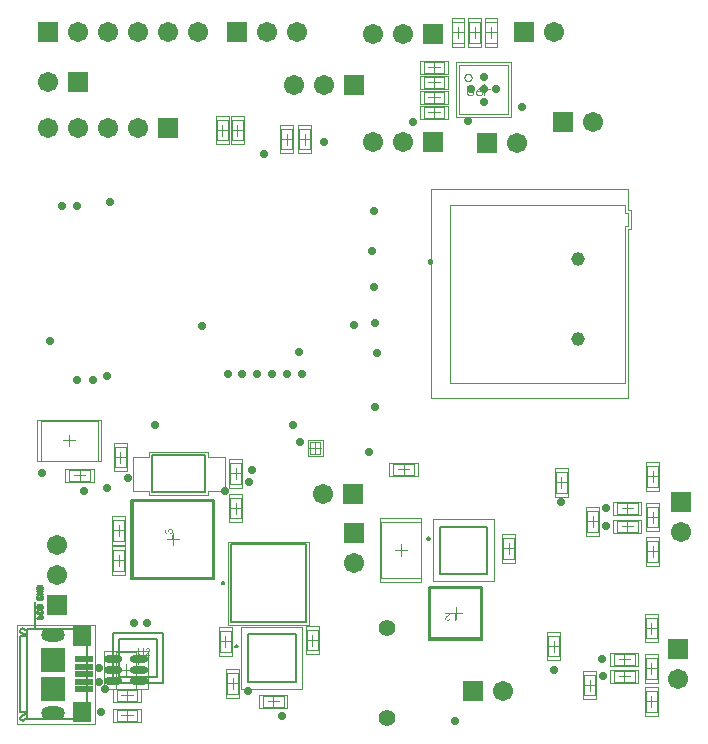
<source format=gbs>
%FSTAX23Y23*%
%MOIN*%
%SFA1B1*%

%IPPOS*%
%ADD10C,0.009449*%
%ADD13C,0.007874*%
%ADD14C,0.005000*%
%ADD16C,0.004000*%
%ADD17C,0.003937*%
%ADD18C,0.010000*%
%ADD19C,0.001969*%
%ADD68R,0.067055X0.067055*%
%ADD69C,0.067055*%
%ADD70C,0.045401*%
%ADD71R,0.067055X0.067055*%
%ADD72C,0.027685*%
%ADD73O,0.078866X0.043433*%
%ADD74C,0.055244*%
%ADD92O,0.061149X0.025716*%
%ADD93R,0.061149X0.023748*%
%ADD94R,0.063118X0.070992*%
%ADD95R,0.082803X0.082803*%
%LNsolears_v1-1*%
%LPD*%
G36*
X01384Y01353D02*
Y01353D01*
Y01352*
Y01352*
Y01352*
X01384Y01352*
Y01351*
X01384Y01351*
X01384Y0135*
X01384Y01349*
X01384Y01348*
X01384Y01347*
X01384Y01347*
X01383Y01346*
Y01346*
X01383Y01346*
X01383Y01346*
X01383Y01346*
X01383Y01346*
X01383Y01345*
X01382Y01345*
X01382Y01344*
X01381Y01343*
X0138Y01343*
X0138*
X0138Y01343*
X0138Y01343*
X0138Y01343*
X0138Y01343*
X01379Y01342*
X01379Y01342*
X01379Y01342*
X01378Y01342*
X01378Y01342*
X01377Y01342*
X01377Y01342*
X01376Y01342*
X01376Y01342*
X01374Y01341*
X01374*
X01374Y01342*
X01374*
X01373Y01342*
X01373Y01342*
X01372Y01342*
X01371Y01342*
X01371Y01342*
X0137Y01342*
X01369Y01343*
X01369*
X01369Y01343*
X01368Y01343*
X01368Y01343*
X01368Y01343*
X01367Y01344*
X01367Y01344*
X01366Y01345*
X01366Y01345*
X01365Y01346*
Y01346*
X01365Y01346*
X01365Y01346*
X01365Y01347*
X01365Y01347*
X01365Y01347*
X01365Y01347*
X01365Y01348*
X01365Y01348*
X01365Y01349*
X01365Y01349*
X01365Y0135*
X01365Y0135*
X01365Y01351*
X01365Y01352*
Y01353*
Y01367*
X01368*
Y01353*
Y01353*
Y01352*
Y01352*
Y01352*
X01368Y01352*
Y01351*
X01368Y01351*
X01368Y0135*
X01368Y01349*
X01368Y01348*
X01368Y01348*
X01368Y01348*
X01368Y01348*
X01369Y01347*
X01369Y01347*
X01369Y01347*
X01369Y01346*
X0137Y01346*
X0137Y01346*
X01371Y01345*
X01371Y01345*
X01371Y01345*
X01371Y01345*
X01372Y01345*
X01372Y01345*
X01373Y01345*
X01373Y01345*
X01374Y01344*
X01375*
X01375Y01345*
X01375*
X01375Y01345*
X01376Y01345*
X01377Y01345*
X01378Y01345*
X01379Y01346*
X01379Y01346*
X01379Y01346*
X01379Y01346*
X01379Y01346*
X0138Y01346*
X0138Y01346*
X0138Y01347*
X0138Y01347*
X0138Y01347*
X0138Y01348*
X0138Y01348*
X0138Y01348*
X01381Y01349*
X01381Y0135*
X01381Y0135*
X01381Y01351*
X01381Y01352*
Y01353*
Y01367*
X01384*
Y01353*
G37*
G36*
X01398Y01367D02*
X01398Y01367D01*
X01398Y01367*
X01399Y01367*
X01399Y01367*
X014Y01367*
X01401Y01366*
X01401Y01366*
X01402Y01366*
X01402Y01366*
X01403Y01365*
X01403Y01365*
X01403Y01365*
X01403Y01365*
X01403Y01365*
X01403Y01365*
X01403Y01364*
X01404Y01364*
X01404Y01364*
X01404Y01363*
X01405Y01362*
X01405Y01362*
X01405Y01361*
X01405Y01361*
X01405Y0136*
Y0136*
Y0136*
X01405Y0136*
X01405Y01359*
X01405Y01359*
X01405Y01358*
X01404Y01358*
X01404Y01357*
X01404Y01357*
X01404Y01357*
X01404Y01357*
X01404Y01356*
X01403Y01356*
X01403Y01355*
X01403Y01355*
X01402Y01354*
X01402Y01354*
X01402Y01354*
X01402Y01354*
X01401Y01353*
X01401Y01353*
X01401Y01353*
X01401Y01353*
X014Y01352*
X014Y01352*
X014Y01352*
X01399Y01351*
X01399Y01351*
X01398Y0135*
X01397Y0135*
X01397Y0135*
X01397Y0135*
X01397Y0135*
X01397Y01349*
X01397Y01349*
X01396Y01349*
X01396Y01348*
X01395Y01348*
X01395Y01347*
X01394Y01347*
X01394Y01347*
X01394Y01347*
X01394Y01346*
X01394Y01346*
X01393Y01346*
X01393Y01346*
X01393Y01346*
X01393Y01346*
X01392Y01345*
X01405*
Y01342*
X01388*
Y01342*
Y01342*
Y01342*
X01388Y01343*
X01388Y01343*
X01388Y01343*
X01388Y01344*
X01389Y01344*
Y01344*
X01389Y01344*
X01389Y01344*
X01389Y01345*
X01389Y01345*
X01389Y01346*
X0139Y01346*
X0139Y01347*
X01391Y01347*
Y01347*
X01391Y01347*
X01391Y01348*
X01391Y01348*
X01392Y01349*
X01392Y01349*
X01393Y0135*
X01394Y0135*
X01395Y01351*
X01395Y01351*
X01395Y01351*
X01395Y01352*
X01395Y01352*
X01396Y01352*
X01396Y01352*
X01396Y01353*
X01397Y01353*
X01398Y01354*
X01399Y01355*
X01399Y01355*
X014Y01356*
X014Y01356*
X014Y01357*
Y01357*
X014Y01357*
X014Y01357*
X014Y01357*
X01401Y01357*
X01401Y01358*
X01401Y01358*
X01401Y01359*
X01402Y0136*
X01402Y0136*
Y0136*
Y0136*
X01402Y01361*
X01402Y01361*
X01401Y01361*
X01401Y01362*
X01401Y01362*
X01401Y01363*
X014Y01363*
X014Y01363*
X014Y01364*
X014Y01364*
X01399Y01364*
X01399Y01364*
X01398Y01364*
X01398Y01365*
X01397Y01365*
X01397*
X01396Y01365*
X01396Y01365*
X01396Y01364*
X01395Y01364*
X01394Y01364*
X01394Y01364*
X01393Y01363*
X01393Y01363*
X01393Y01363*
X01393Y01363*
X01393Y01362*
X01392Y01362*
X01392Y01361*
X01392Y0136*
X01392Y0136*
X01389Y0136*
Y0136*
X01389Y0136*
Y0136*
X01389Y01361*
X01389Y01361*
X01389Y01361*
X01389Y01362*
X01389Y01362*
X01389Y01363*
X0139Y01364*
X0139Y01364*
X0139Y01365*
X01391Y01365*
X01391Y01365*
X01391Y01365*
X01391Y01365*
X01391Y01366*
X01392Y01366*
X01392Y01366*
X01392Y01366*
X01392Y01366*
X01393Y01366*
X01393Y01366*
X01394Y01367*
X01394Y01367*
X01395Y01367*
X01395Y01367*
X01396Y01367*
X01396Y01367*
X01397Y01367*
X01397*
X01398Y01367*
G37*
G36*
X02423Y01459D02*
X02419D01*
Y01482*
X02407*
Y01485*
X02423*
Y01459*
G37*
G36*
X02405Y01484D02*
Y01484D01*
Y01484*
X02405Y01484*
X02405Y01483*
X02405Y01483*
X02405Y01483*
X02404Y01482*
Y01482*
X02404Y01482*
X02404Y01482*
X02404Y01482*
X02404Y01481*
X02404Y01481*
X02403Y0148*
X02403Y0148*
X02402Y01479*
Y01479*
X02402Y01479*
X02402Y01479*
X02402Y01478*
X02401Y01478*
X02401Y01477*
X024Y01477*
X02399Y01476*
X02398Y01475*
X02398Y01475*
X02398Y01475*
X02398Y01475*
X02398Y01475*
X02397Y01474*
X02397Y01474*
X02397Y01474*
X02396Y01473*
X02395Y01472*
X02394Y01472*
X02394Y01471*
X02393Y01471*
X02393Y0147*
X02393Y0147*
Y0147*
X02393Y0147*
X02393Y0147*
X02393Y0147*
X02392Y01469*
X02392Y01469*
X02392Y01468*
X02392Y01467*
X02391Y01467*
X02391Y01466*
Y01466*
Y01466*
X02391Y01466*
X02391Y01465*
X02392Y01465*
X02392Y01465*
X02392Y01464*
X02392Y01464*
X02393Y01463*
X02393Y01463*
X02393Y01463*
X02393Y01463*
X02394Y01462*
X02394Y01462*
X02395Y01462*
X02395Y01462*
X02396Y01462*
X02396*
X02396Y01462*
X02397Y01462*
X02397Y01462*
X02398Y01462*
X02399Y01462*
X02399Y01463*
X024Y01463*
X024Y01463*
X024Y01463*
X024Y01464*
X024Y01464*
X02401Y01465*
X02401Y01465*
X02401Y01466*
X02401Y01467*
X02404Y01466*
Y01466*
X02404Y01466*
Y01466*
X02404Y01466*
X02404Y01466*
X02404Y01465*
X02404Y01465*
X02404Y01464*
X02404Y01464*
X02403Y01463*
X02403Y01462*
X02403Y01462*
X02402Y01461*
X02402Y01461*
X02402Y01461*
X02402Y01461*
X02402Y01461*
X02401Y01461*
X02401Y01461*
X02401Y01461*
X02401Y0146*
X024Y0146*
X024Y0146*
X02399Y0146*
X02399Y0146*
X02398Y01459*
X02398Y01459*
X02397Y01459*
X02397Y01459*
X02396Y01459*
X02396*
X02395Y01459*
X02395Y01459*
X02395Y01459*
X02394Y01459*
X02394Y01459*
X02393Y0146*
X02392Y0146*
X02392Y0146*
X02391Y01461*
X02391Y01461*
X0239Y01461*
X0239Y01461*
X0239Y01461*
X0239Y01461*
X0239Y01462*
X0239Y01462*
X0239Y01462*
X02389Y01462*
X02389Y01463*
X02389Y01463*
X02388Y01464*
X02388Y01465*
X02388Y01465*
X02388Y01466*
X02388Y01466*
Y01466*
Y01466*
X02388Y01467*
X02388Y01467*
X02388Y01468*
X02388Y01468*
X02389Y01469*
X02389Y01469*
X02389Y01469*
X02389Y01469*
X02389Y0147*
X02389Y0147*
X0239Y01471*
X0239Y01471*
X0239Y01472*
X02391Y01472*
X02391Y01472*
X02391Y01473*
X02391Y01473*
X02392Y01473*
X02392Y01473*
X02392Y01473*
X02392Y01474*
X02393Y01474*
X02393Y01474*
X02393Y01475*
X02394Y01475*
X02394Y01476*
X02395Y01476*
X02396Y01477*
X02396Y01477*
X02396Y01477*
X02396Y01477*
X02396Y01477*
X02396Y01477*
X02397Y01477*
X02397Y01478*
X02398Y01478*
X02398Y01479*
X02399Y0148*
X02399Y0148*
X02399Y0148*
X02399Y0148*
X02399Y0148*
X024Y0148*
X024Y0148*
X024Y01481*
X024Y01481*
X02401Y01482*
X02388*
Y01485*
X02405*
Y01484*
G37*
G36*
X01473Y01765D02*
X01473Y01765D01*
X01473Y01765*
X01474Y01765*
X01474Y01765*
X01475Y01764*
X01475Y01764*
X01476Y01764*
X01476Y01764*
X01477Y01763*
X01477Y01763*
X01478Y01763*
X01478Y01762*
X01478Y01762*
X01478Y01762*
X01478Y01762*
X01478Y01762*
X01478Y01762*
X01479Y01761*
X01479Y01761*
X01479Y0176*
X01479Y0176*
X01479Y01759*
X0148Y01759*
X0148Y01758*
X0148Y01758*
X0148Y01757*
X0148Y01756*
Y01756*
X0148Y01756*
X0148Y01756*
X0148Y01755*
X0148Y01755*
X0148Y01755*
X01479Y01754*
X01479Y01753*
X01479Y01752*
X01479Y01752*
X01478Y01751*
X01478Y01751*
X01478Y01751*
X01478Y01751*
X01478Y01751*
X01478Y01751*
X01477Y0175*
X01477Y0175*
X01477Y0175*
X01477Y0175*
X01476Y0175*
X01476Y01749*
X01475Y01749*
X01474Y01749*
X01473Y01749*
X01473Y01748*
X01472Y01752*
X01472*
X01473Y01752*
X01473Y01752*
X01473Y01752*
X01473Y01752*
X01473Y01752*
X01474Y01752*
X01475Y01752*
X01475Y01753*
X01476Y01753*
X01476Y01753*
X01476Y01753*
X01476Y01754*
X01477Y01754*
X01477Y01754*
X01477Y01755*
X01477Y01755*
X01477Y01756*
X01477Y01756*
Y01757*
X01477Y01757*
X01477Y01757*
X01477Y01758*
X01477Y01758*
X01477Y01759*
X01476Y0176*
X01476Y0176*
X01476Y0176*
X01476Y0176*
X01475Y01761*
X01475Y01761*
X01474Y01761*
X01474Y01761*
X01473Y01762*
X01472Y01762*
X01472*
X01472*
X01472*
X01472Y01762*
X01471Y01762*
X01471Y01761*
X0147Y01761*
X0147Y01761*
X01469Y01761*
X01469Y0176*
X01469Y0176*
X01468Y0176*
X01468Y0176*
X01468Y01759*
X01468Y01759*
X01467Y01758*
X01467Y01757*
X01467Y01757*
Y01756*
X01467Y01756*
X01467Y01756*
X01467Y01755*
X01467Y01755*
X01468Y01755*
X01465Y01755*
Y01755*
X01465Y01755*
Y01756*
X01465Y01756*
X01465Y01757*
X01465Y01757*
X01464Y01758*
X01464Y01758*
X01464Y01759*
Y01759*
X01464Y01759*
X01464Y01759*
X01463Y01759*
X01463Y0176*
X01463Y0176*
X01462Y0176*
X01461Y0176*
X01461Y01761*
X01461*
X01461*
X01461*
X0146*
X0146Y0176*
X0146Y0176*
X01459Y0176*
X01459Y0176*
X01458Y0176*
X01458Y01759*
X01458Y01759*
X01458Y01759*
X01458Y01759*
X01457Y01759*
X01457Y01758*
X01457Y01758*
X01457Y01757*
X01457Y01756*
Y01756*
X01457Y01756*
X01457Y01755*
X01457Y01755*
X01457Y01754*
X01458Y01754*
X01458Y01753*
X01458Y01753*
X01458Y01753*
X01458Y01753*
X01459Y01753*
X01459Y01753*
X0146Y01752*
X0146Y01752*
X01461Y01752*
X01461Y01749*
X01461*
X01461Y01749*
X0146Y01749*
X0146Y01749*
X0146Y01749*
X0146Y01749*
X01459Y01749*
X01458Y0175*
X01457Y0175*
X01457Y01751*
X01456Y01751*
X01456Y01751*
X01456Y01751*
X01456Y01752*
X01456Y01752*
X01456Y01752*
X01455Y01752*
X01455Y01752*
X01455Y01753*
X01455Y01753*
X01454Y01754*
X01454Y01755*
X01454Y01756*
Y01757*
X01454Y01757*
X01454Y01758*
X01454Y01758*
X01455Y01759*
X01455Y01759*
X01455Y0176*
Y0176*
X01455Y0176*
X01455Y0176*
X01455Y01761*
X01456Y01761*
X01456Y01762*
X01456Y01762*
X01457Y01762*
X01458Y01763*
X01458Y01763*
X01458Y01763*
X01458Y01763*
X01458Y01763*
X01459Y01763*
X0146Y01764*
X0146Y01764*
X01461Y01764*
X01461*
X01461*
X01461Y01764*
X01462Y01764*
X01462Y01763*
X01463Y01763*
X01463Y01763*
X01464Y01763*
X01464Y01763*
X01464Y01763*
X01464Y01762*
X01465Y01762*
X01465Y01762*
X01465Y01761*
X01466Y01761*
X01466Y0176*
Y0176*
X01466Y0176*
X01466Y0176*
X01466Y01761*
X01466Y01761*
X01466Y01761*
X01467Y01762*
X01467Y01763*
X01467Y01763*
X01468Y01764*
X01468Y01764*
X01468Y01764*
X01469Y01764*
X01469Y01764*
X0147Y01765*
X0147Y01765*
X01471Y01765*
X01472Y01765*
X01472*
X01472*
X01472*
X01473Y01765*
G37*
G36*
X0148Y0173D02*
X01454D01*
Y01733*
X01477*
Y01746*
X0148*
Y0173*
G37*
G54D10*
X02342Y02657D02*
D01*
X02342Y02657*
X02342Y02657*
X02342Y02658*
X02342Y02658*
X02342Y02658*
X02342Y02659*
X02342Y02659*
X02341Y02659*
X02341Y02659*
X02341Y0266*
X02341Y0266*
X02341Y0266*
X0234Y0266*
X0234Y02661*
X0234Y02661*
X02339Y02661*
X02339Y02661*
X02339Y02661*
X02339Y02661*
X02338Y02661*
X02338Y02661*
X02338Y02661*
X02337*
X02337Y02661*
X02337Y02661*
X02336Y02661*
X02336Y02661*
X02336Y02661*
X02335Y02661*
X02335Y02661*
X02335Y02661*
X02334Y0266*
X02334Y0266*
X02334Y0266*
X02334Y0266*
X02334Y02659*
X02333Y02659*
X02333Y02659*
X02333Y02659*
X02333Y02658*
X02333Y02658*
X02333Y02658*
X02333Y02657*
X02333Y02657*
X02333Y02657*
X02333Y02656*
X02333Y02656*
X02333Y02656*
X02333Y02655*
X02333Y02655*
X02333Y02655*
X02333Y02654*
X02333Y02654*
X02334Y02654*
X02334Y02654*
X02334Y02653*
X02334Y02653*
X02334Y02653*
X02335Y02653*
X02335Y02653*
X02335Y02652*
X02336Y02652*
X02336Y02652*
X02336Y02652*
X02337Y02652*
X02337Y02652*
X02337Y02652*
X02338*
X02338Y02652*
X02338Y02652*
X02339Y02652*
X02339Y02652*
X02339Y02652*
X02339Y02652*
X0234Y02653*
X0234Y02653*
X0234Y02653*
X02341Y02653*
X02341Y02653*
X02341Y02654*
X02341Y02654*
X02341Y02654*
X02342Y02654*
X02342Y02655*
X02342Y02655*
X02342Y02655*
X02342Y02656*
X02342Y02656*
X02342Y02656*
X02342Y02657*
G54D13*
X01302Y01397D02*
X01427D01*
Y01272D02*
Y01397D01*
X01302Y01272D02*
X01427D01*
X01302D02*
Y01397D01*
X02338Y014D02*
X02507D01*
X02338D02*
Y01569D01*
X02507*
Y014D02*
Y01569D01*
X01346Y01601D02*
Y01859D01*
X01613*
Y01601D02*
Y01859D01*
X01346Y01601D02*
X01613D01*
X01282Y01417D02*
X01447D01*
Y01252D02*
Y01417D01*
X01282Y01252D02*
X01447D01*
X01282D02*
Y01417D01*
X02334Y01396D02*
X02511D01*
X02334D02*
Y01573D01*
X02511*
Y01396D02*
Y01573D01*
X01342Y01597D02*
Y01863D01*
X01617*
Y01597D02*
Y01863D01*
X01342Y01597D02*
X01617D01*
X01282Y01417D02*
X01447D01*
Y01252D02*
Y01417D01*
X01282Y01252D02*
X01447D01*
X01282D02*
Y01417D01*
X02334Y01396D02*
X02511D01*
X02334D02*
Y01573D01*
X02511*
Y01396D02*
Y01573D01*
X01342Y01597D02*
Y01863D01*
X01617*
Y01597D02*
Y01863D01*
X01342Y01597D02*
X01617D01*
X01652Y01585D02*
D01*
X01652Y01585*
X01652Y01585*
X01652Y01585*
X01652Y01586*
X01652Y01586*
X01652Y01586*
X01651Y01586*
X01651Y01587*
X01651Y01587*
X01651Y01587*
X01651Y01587*
X01651Y01587*
X0165Y01588*
X0165Y01588*
X0165Y01588*
X0165Y01588*
X01649Y01588*
X01649Y01588*
X01649Y01588*
X01649Y01588*
X01648Y01588*
X01648Y01588*
X01648*
X01648Y01588*
X01647Y01588*
X01647Y01588*
X01647Y01588*
X01646Y01588*
X01646Y01588*
X01646Y01588*
X01646Y01588*
X01646Y01588*
X01645Y01587*
X01645Y01587*
X01645Y01587*
X01645Y01587*
X01645Y01587*
X01644Y01586*
X01644Y01586*
X01644Y01586*
X01644Y01586*
X01644Y01585*
X01644Y01585*
X01644Y01585*
X01644Y01585*
X01644Y01584*
X01644Y01584*
X01644Y01584*
X01644Y01583*
X01644Y01583*
X01644Y01583*
X01644Y01583*
X01645Y01582*
X01645Y01582*
X01645Y01582*
X01645Y01582*
X01645Y01582*
X01646Y01581*
X01646Y01581*
X01646Y01581*
X01646Y01581*
X01646Y01581*
X01647Y01581*
X01647Y01581*
X01647Y01581*
X01648Y01581*
X01648Y01581*
X01648*
X01648Y01581*
X01649Y01581*
X01649Y01581*
X01649Y01581*
X01649Y01581*
X0165Y01581*
X0165Y01581*
X0165Y01581*
X0165Y01581*
X01651Y01582*
X01651Y01582*
X01651Y01582*
X01651Y01582*
X01651Y01582*
X01651Y01583*
X01652Y01583*
X01652Y01583*
X01652Y01583*
X01652Y01584*
X01652Y01584*
X01652Y01584*
X01652Y01585*
X02336Y01733D02*
D01*
X02336Y01733*
X02336Y01733*
X02336Y01734*
X02336Y01734*
X02336Y01734*
X02336Y01734*
X02336Y01735*
X02336Y01735*
X02336Y01735*
X02335Y01735*
X02335Y01736*
X02335Y01736*
X02335Y01736*
X02335Y01736*
X02334Y01736*
X02334Y01736*
X02334Y01737*
X02334Y01737*
X02333Y01737*
X02333Y01737*
X02333Y01737*
X02333Y01737*
X02332*
X02332Y01737*
X02332Y01737*
X02331Y01737*
X02331Y01737*
X02331Y01737*
X02331Y01736*
X0233Y01736*
X0233Y01736*
X0233Y01736*
X0233Y01736*
X0233Y01736*
X02329Y01735*
X02329Y01735*
X02329Y01735*
X02329Y01735*
X02329Y01734*
X02329Y01734*
X02329Y01734*
X02329Y01734*
X02328Y01733*
X02328Y01733*
X02328Y01733*
X02328Y01733*
X02328Y01732*
X02329Y01732*
X02329Y01732*
X02329Y01732*
X02329Y01731*
X02329Y01731*
X02329Y01731*
X02329Y01731*
X02329Y0173*
X0233Y0173*
X0233Y0173*
X0233Y0173*
X0233Y0173*
X0233Y01729*
X02331Y01729*
X02331Y01729*
X02331Y01729*
X02331Y01729*
X02332Y01729*
X02332Y01729*
X02332Y01729*
X02333*
X02333Y01729*
X02333Y01729*
X02333Y01729*
X02334Y01729*
X02334Y01729*
X02334Y01729*
X02334Y01729*
X02335Y0173*
X02335Y0173*
X02335Y0173*
X02335Y0173*
X02335Y0173*
X02336Y01731*
X02336Y01731*
X02336Y01731*
X02336Y01731*
X02336Y01732*
X02336Y01732*
X02336Y01732*
X02336Y01732*
X02336Y01733*
X02336Y01733*
X01696Y01374D02*
D01*
X01696Y01374*
X01695Y01374*
X01695Y01375*
X01695Y01375*
X01695Y01375*
X01695Y01375*
X01695Y01376*
X01695Y01376*
X01695Y01376*
X01695Y01376*
X01694Y01377*
X01694Y01377*
X01694Y01377*
X01694Y01377*
X01694Y01377*
X01693Y01377*
X01693Y01378*
X01693Y01378*
X01693Y01378*
X01692Y01378*
X01692Y01378*
X01692Y01378*
X01691*
X01691Y01378*
X01691Y01378*
X01691Y01378*
X0169Y01378*
X0169Y01378*
X0169Y01377*
X0169Y01377*
X01689Y01377*
X01689Y01377*
X01689Y01377*
X01689Y01377*
X01689Y01376*
X01688Y01376*
X01688Y01376*
X01688Y01376*
X01688Y01375*
X01688Y01375*
X01688Y01375*
X01688Y01375*
X01688Y01374*
X01688Y01374*
X01688Y01374*
X01688Y01374*
X01688Y01373*
X01688Y01373*
X01688Y01373*
X01688Y01373*
X01688Y01372*
X01688Y01372*
X01688Y01372*
X01688Y01372*
X01689Y01371*
X01689Y01371*
X01689Y01371*
X01689Y01371*
X01689Y01371*
X0169Y0137*
X0169Y0137*
X0169Y0137*
X0169Y0137*
X01691Y0137*
X01691Y0137*
X01691Y0137*
X01691Y0137*
X01692*
X01692Y0137*
X01692Y0137*
X01693Y0137*
X01693Y0137*
X01693Y0137*
X01693Y0137*
X01694Y0137*
X01694Y01371*
X01694Y01371*
X01694Y01371*
X01694Y01371*
X01695Y01371*
X01695Y01372*
X01695Y01372*
X01695Y01372*
X01695Y01372*
X01695Y01373*
X01695Y01373*
X01695Y01373*
X01695Y01373*
X01696Y01374*
X01696Y01374*
G54D14*
X00997Y01131D02*
D01*
X00996Y01131*
X00995Y01132*
X00994Y01132*
X00993Y01132*
X00993Y01132*
X00992Y01132*
X00991Y01132*
X0099Y01132*
X00989Y01132*
X00989Y01132*
X00988Y01132*
X00987Y01132*
X00986Y01131*
X00986Y01131*
X00985Y0113*
X00984Y0113*
X00984Y01129*
X00983Y01129*
X00982Y01128*
X00982Y01128*
X00981Y01127*
X00981Y01126*
X00981Y01126*
X00993Y01147D02*
D01*
X00991Y01147*
X0099Y01147*
X00989Y01147*
X00988Y01147*
X00986Y01147*
X00985Y01147*
X00984Y01147*
X00983Y01146*
X00982Y01146*
X0098Y01145*
X00979Y01145*
X00978Y01144*
X00977Y01143*
X00976Y01142*
X00975Y01141*
X00975Y01141*
X00974Y0114*
X00973Y01138*
X00972Y01137*
X00972Y01136*
X00971Y01135*
X00971Y01134*
X00971Y01133*
X00981Y01435D02*
D01*
X00981Y01435*
X00982Y01434*
X00982Y01433*
X00983Y01433*
X00983Y01432*
X00984Y01432*
X00984Y01431*
X00985Y01431*
X00986Y0143*
X00987Y0143*
X00987Y0143*
X00988Y01429*
X00989Y01429*
X0099Y01429*
X00991Y01429*
X00991Y01429*
X00992Y01429*
X00993Y01429*
X00994Y01429*
X00995Y0143*
X00995Y0143*
X00996Y0143*
X00997Y0143*
X00969Y01428D02*
D01*
X00969Y01427*
X0097Y01426*
X0097Y01424*
X00971Y01423*
X00972Y01422*
X00973Y01421*
X00974Y0142*
X00974Y01419*
X00975Y01418*
X00977Y01417*
X00978Y01417*
X00979Y01416*
X0098Y01415*
X00981Y01415*
X00983Y01415*
X00984Y01414*
X00985Y01414*
X00987Y01414*
X00988Y01414*
X00989Y01414*
X00991Y01414*
X00992Y01414*
X00993Y01415*
X01193Y01131D02*
Y0143D01*
X01022D02*
X01193D01*
X00995D02*
X01022D01*
X00995Y01131D02*
Y0143D01*
Y01131D02*
X00997D01*
X01193*
X00971Y01133D02*
X00981Y01126D01*
X00971Y01155D02*
X00993D01*
X00971D02*
Y01407D01*
X00993*
X00969Y01428D02*
X00981Y01435D01*
X01022Y0143D02*
Y01523D01*
X01674Y01714D02*
X01925D01*
Y01455D02*
Y01714D01*
X01674Y01455D02*
X01925D01*
X01674D02*
Y01714D01*
X02371Y01616D02*
Y01773D01*
X02528Y01616D02*
Y01773D01*
X02371D02*
X02528D01*
X02371Y01616D02*
X02528D01*
X01411Y02011D02*
X01588D01*
Y01888D02*
Y02011D01*
X01411Y01888D02*
X01588D01*
X01411D02*
Y02011D01*
X01729Y01254D02*
Y01415D01*
X0189Y01254D02*
Y01415D01*
X01729D02*
X0189D01*
X01729Y01254D02*
X0189D01*
G54D16*
X02461Y0324D02*
Y03215D01*
X02466Y0321*
X02476*
X02481Y03215*
Y0324*
X02511D02*
X02501Y03235D01*
X02491Y03225*
Y03215*
X02496Y0321*
X02506*
X02511Y03215*
Y0322*
X02506Y03225*
X02491*
G54D17*
X02476Y0327D02*
D01*
X02476Y0327*
X02476Y03271*
X02476Y03272*
X02475Y03273*
X02475Y03274*
X02475Y03274*
X02474Y03275*
X02474Y03276*
X02474Y03276*
X02473Y03277*
X02473Y03278*
X02472Y03278*
X02471Y03279*
X02471Y03279*
X0247Y0328*
X02469Y0328*
X02468Y0328*
X02468Y03281*
X02467Y03281*
X02466Y03281*
X02465Y03281*
X02464Y03281*
X02464*
X02463Y03281*
X02462Y03281*
X02461Y03281*
X0246Y03281*
X0246Y0328*
X02459Y0328*
X02458Y0328*
X02457Y03279*
X02457Y03279*
X02456Y03278*
X02456Y03278*
X02455Y03277*
X02454Y03276*
X02454Y03276*
X02454Y03275*
X02453Y03274*
X02453Y03274*
X02453Y03273*
X02452Y03272*
X02452Y03271*
X02452Y0327*
X02452Y0327*
X02452Y03269*
X02452Y03268*
X02452Y03267*
X02453Y03266*
X02453Y03265*
X02453Y03265*
X02454Y03264*
X02454Y03263*
X02454Y03263*
X02455Y03262*
X02456Y03261*
X02456Y03261*
X02457Y0326*
X02457Y0326*
X02458Y03259*
X02459Y03259*
X0246Y03259*
X0246Y03258*
X02461Y03258*
X02462Y03258*
X02463Y03258*
X02464Y03258*
X02464*
X02465Y03258*
X02466Y03258*
X02467Y03258*
X02468Y03258*
X02468Y03259*
X02469Y03259*
X0247Y03259*
X02471Y0326*
X02471Y0326*
X02472Y03261*
X02473Y03261*
X02473Y03262*
X02474Y03263*
X02474Y03263*
X02474Y03264*
X02475Y03265*
X02475Y03265*
X02475Y03266*
X02476Y03267*
X02476Y03268*
X02476Y03269*
X02476Y0327*
X03061Y01724D02*
X03098D01*
X03061Y01655D02*
X03098D01*
Y01724*
X03061Y01655D02*
Y01724D01*
Y01839D02*
X03098D01*
X03061Y0177D02*
X03098D01*
Y01839*
X03061Y0177D02*
Y01839D01*
Y01974D02*
X03098D01*
X03061Y01905D02*
X03098D01*
Y01974*
X03061Y01905D02*
Y01974D01*
X02756Y01954D02*
X02793D01*
X02756Y01885D02*
X02793D01*
Y01954*
X02756Y01885D02*
Y01954D01*
X0296Y01756D02*
Y01793D01*
X03029Y01756D02*
Y01793D01*
X0296D02*
X03029D01*
X0296Y01756D02*
X03029D01*
X0296Y01816D02*
Y01853D01*
X03029Y01816D02*
Y01853D01*
X0296D02*
X03029D01*
X0296Y01816D02*
X03029D01*
X02851Y01279D02*
X02888D01*
X02851Y0121D02*
X02888D01*
Y01279*
X02851Y0121D02*
Y01279D01*
X03056Y01469D02*
X03093D01*
X03056Y014D02*
X03093D01*
Y01469*
X03056Y014D02*
Y01469D01*
X02731Y01409D02*
X02768D01*
X02731Y0134D02*
X02768D01*
Y01409*
X02731Y0134D02*
Y01409D01*
X0295Y01256D02*
Y01293D01*
X03019Y01256D02*
Y01293D01*
X0295D02*
X03019D01*
X0295Y01256D02*
X03019D01*
X0295Y01311D02*
Y01348D01*
X03019Y01311D02*
Y01348D01*
X0295D02*
X03019D01*
X0295Y01311D02*
X03019D01*
X03056Y01334D02*
X03093D01*
X03056Y01265D02*
X03093D01*
Y01334*
X03056Y01265D02*
Y01334D01*
Y01224D02*
X03093D01*
X03056Y01155D02*
X03093D01*
Y01224*
X03056Y01155D02*
Y01224D01*
X01204Y01926D02*
Y01963D01*
X01135Y01926D02*
Y01963D01*
Y01926D02*
X01204D01*
X01135Y01963D02*
X01204D01*
X01676Y03129D02*
X01713D01*
X01676Y0306D02*
X01713D01*
Y03129*
X01676Y0306D02*
Y03129D01*
X01626D02*
X01663D01*
X01626Y0306D02*
X01663D01*
Y03129*
X01626Y0306D02*
Y03129D01*
X0104Y02126D02*
X01229D01*
X0104Y01993D02*
X01229D01*
X0104D02*
Y02126D01*
X01229Y01993D02*
Y02126D01*
X02215Y01946D02*
Y01983D01*
X02284Y01946D02*
Y01983D01*
X02215D02*
X02284D01*
X02215Y01946D02*
X02284D01*
X02861Y01824D02*
X02898D01*
X02861Y01755D02*
X02898D01*
Y01824*
X02861Y01755D02*
Y01824D01*
X01901Y03099D02*
X01938D01*
X01901Y0303D02*
X01938D01*
Y03099*
X01901Y0303D02*
Y03099D01*
X01841D02*
X01878D01*
X01841Y0303D02*
X01878D01*
Y03099*
X01841Y0303D02*
Y03099D01*
X02986Y02253D02*
Y02775D01*
X02405Y02253D02*
X02986D01*
X02405D02*
Y02846D01*
X02986Y02775D02*
X02996D01*
Y02818*
X02986D02*
X02996D01*
X02986D02*
Y02846D01*
X02405D02*
X02986D01*
X02435Y03149D02*
Y0331D01*
X02597Y03149D02*
Y0331D01*
X02435D02*
X02597D01*
X02435Y03149D02*
X02597D01*
X02385Y03236D02*
Y03273D01*
X02316Y03236D02*
Y03273D01*
Y03236D02*
X02385D01*
X02316Y03273D02*
X02385D01*
Y03286D02*
Y03323D01*
X02316Y03286D02*
Y03323D01*
Y03286D02*
X02385D01*
X02316Y03323D02*
X02385D01*
Y03186D02*
Y03223D01*
X02316Y03186D02*
Y03223D01*
Y03186D02*
X02385D01*
X02316Y03223D02*
X02385D01*
Y03136D02*
Y03173D01*
X02316Y03136D02*
Y03173D01*
Y03136D02*
X02385D01*
X02316Y03173D02*
X02385D01*
X02412Y03454D02*
X0245D01*
X02412Y03385D02*
X0245D01*
Y03454*
X02412Y03385D02*
Y03454D01*
X02522D02*
X0256D01*
X02522Y03385D02*
X0256D01*
Y03454*
X02522Y03385D02*
Y03454D01*
X02467D02*
X02505D01*
X02467Y03385D02*
X02505D01*
Y03454*
X02467Y03385D02*
Y03454D01*
X01971Y02014D02*
Y02055D01*
X01938Y02014D02*
Y02055D01*
Y02014D02*
X01971D01*
X01938Y02055D02*
X01971D01*
X01291Y01356D02*
X01358D01*
X01291Y01233D02*
X01358D01*
Y01356*
X01291Y01233D02*
Y01356D01*
X01293Y01191D02*
Y01228D01*
X01362Y01191D02*
Y01228D01*
X01293D02*
X01362D01*
X01293Y01191D02*
X01362D01*
X01293Y01126D02*
Y01163D01*
X01362Y01126D02*
Y01163D01*
X01293D02*
X01362D01*
X01293Y01126D02*
X01362D01*
X02306Y016D02*
Y01789D01*
X02173Y016D02*
Y01789D01*
X02306*
X02173Y016D02*
X02306D01*
X01281Y01625D02*
X01318D01*
X01281Y01694D02*
X01318D01*
X01281Y01625D02*
Y01694D01*
X01318Y01625D02*
Y01694D01*
X01281Y01725D02*
X01318D01*
X01281Y01794D02*
X01318D01*
X01281Y01725D02*
Y01794D01*
X01318Y01725D02*
Y01794D01*
X01671Y01915D02*
X01708D01*
X01671Y01984D02*
X01708D01*
X01671Y01915D02*
Y01984D01*
X01708Y01915D02*
Y01984D01*
X01671Y018D02*
X01708D01*
X01671Y01869D02*
X01708D01*
X01671Y018D02*
Y01869D01*
X01708Y018D02*
Y01869D01*
X01286Y0197D02*
X01323D01*
X01286Y02039D02*
X01323D01*
X01286Y0197D02*
Y02039D01*
X01323Y0197D02*
Y02039D01*
X01926Y01429D02*
X01963D01*
X01926Y0136D02*
X01963D01*
Y01429*
X01926Y0136D02*
Y01429D01*
X01661Y01215D02*
X01698D01*
X01661Y01284D02*
X01698D01*
X01661Y01215D02*
Y01284D01*
X01698Y01215D02*
Y01284D01*
X01636Y01424D02*
X01673D01*
X01636Y01355D02*
X01673D01*
Y01424*
X01636Y01355D02*
Y01424D01*
X01849Y01171D02*
Y01208D01*
X0178Y01171D02*
Y01208D01*
Y01171D02*
X01849D01*
X0178Y01208D02*
X01849D01*
X02581Y01734D02*
X02618D01*
X02581Y01665D02*
X02618D01*
Y01734*
X02581Y01665D02*
Y01734D01*
X03058Y01737D02*
X03101D01*
X03058Y01642D02*
X03101D01*
Y01737*
X03058Y01642D02*
Y01737D01*
X0308Y01671D02*
Y01708D01*
X03061Y0169D02*
X03098D01*
X03058Y01852D02*
X03101D01*
X03058Y01757D02*
X03101D01*
Y01852*
X03058Y01757D02*
Y01852D01*
X0308Y01786D02*
Y01823D01*
X03061Y01805D02*
X03098D01*
X03058Y01987D02*
X03101D01*
X03058Y01892D02*
X03101D01*
Y01987*
X03058Y01892D02*
Y01987D01*
X0308Y01921D02*
Y01958D01*
X03061Y0194D02*
X03098D01*
X02753Y01967D02*
X02796D01*
X02753Y01872D02*
X02796D01*
Y01967*
X02753Y01872D02*
Y01967D01*
X02775Y01901D02*
Y01938D01*
X02756Y0192D02*
X02793D01*
X02947Y01753D02*
Y01796D01*
X03042Y01753D02*
Y01796D01*
X02947D02*
X03042D01*
X02947Y01753D02*
X03042D01*
X02976Y01775D02*
X03013D01*
X02995Y01756D02*
Y01793D01*
X02947Y01813D02*
Y01856D01*
X03042Y01813D02*
Y01856D01*
X02947D02*
X03042D01*
X02947Y01813D02*
X03042D01*
X02976Y01835D02*
X03013D01*
X02995Y01816D02*
Y01853D01*
X02848Y01292D02*
X02891D01*
X02848Y01197D02*
X02891D01*
Y01292*
X02848Y01197D02*
Y01292D01*
X0287Y01226D02*
Y01263D01*
X02851Y01245D02*
X02888D01*
X03053Y01482D02*
X03096D01*
X03053Y01387D02*
X03096D01*
Y01482*
X03053Y01387D02*
Y01482D01*
X03075Y01416D02*
Y01453D01*
X03056Y01435D02*
X03093D01*
X02728Y01422D02*
X02771D01*
X02728Y01327D02*
X02771D01*
Y01422*
X02728Y01327D02*
Y01422D01*
X0275Y01356D02*
Y01393D01*
X02731Y01375D02*
X02768D01*
X02937Y01253D02*
Y01296D01*
X03032Y01253D02*
Y01296D01*
X02937D02*
X03032D01*
X02937Y01253D02*
X03032D01*
X02966Y01275D02*
X03003D01*
X02985Y01256D02*
Y01293D01*
X02937Y01308D02*
Y01351D01*
X03032Y01308D02*
Y01351D01*
X02937D02*
X03032D01*
X02937Y01308D02*
X03032D01*
X02966Y0133D02*
X03003D01*
X02985Y01311D02*
Y01348D01*
X03053Y01347D02*
X03096D01*
X03053Y01252D02*
X03096D01*
Y01347*
X03053Y01252D02*
Y01347D01*
X03075Y01281D02*
Y01318D01*
X03056Y013D02*
X03093D01*
X03053Y01237D02*
X03096D01*
X03053Y01142D02*
X03096D01*
Y01237*
X03053Y01142D02*
Y01237D01*
X03075Y01171D02*
Y01208D01*
X03056Y0119D02*
X03093D01*
X01217Y01923D02*
Y01966D01*
X01122Y01923D02*
Y01966D01*
Y01923D02*
X01217D01*
X01122Y01966D02*
X01217D01*
X01151Y01945D02*
X01188D01*
X0117Y01926D02*
Y01963D01*
X01673Y03142D02*
X01716D01*
X01673Y03047D02*
X01716D01*
Y03142*
X01673Y03047D02*
Y03142D01*
X01695Y03076D02*
Y03113D01*
X01676Y03095D02*
X01713D01*
X01623Y03142D02*
X01666D01*
X01623Y03047D02*
X01666D01*
Y03142*
X01623Y03047D02*
Y03142D01*
X01645Y03076D02*
Y03113D01*
X01626Y03095D02*
X01663D01*
X01135Y0204D02*
Y02079D01*
X01115Y0206D02*
X01154D01*
X01028Y02128D02*
X01241D01*
X01028Y01991D02*
X01241D01*
X01028D02*
Y02128D01*
X01241Y01991D02*
Y02128D01*
X02202Y01943D02*
Y01986D01*
X02297Y01943D02*
Y01986D01*
X02202D02*
X02297D01*
X02202Y01943D02*
X02297D01*
X02231Y01965D02*
X02268D01*
X0225Y01946D02*
Y01983D01*
X02858Y01837D02*
X02901D01*
X02858Y01742D02*
X02901D01*
Y01837*
X02858Y01742D02*
Y01837D01*
X0288Y01771D02*
Y01808D01*
X02861Y0179D02*
X02898D01*
X01898Y03112D02*
X01941D01*
X01898Y03017D02*
X01941D01*
Y03112*
X01898Y03017D02*
Y03112D01*
X0192Y03046D02*
Y03083D01*
X01901Y03065D02*
X01938D01*
X01838Y03112D02*
X01881D01*
X01838Y03017D02*
X01881D01*
Y03112*
X01838Y03017D02*
Y03112D01*
X0186Y03046D02*
Y03083D01*
X01841Y03065D02*
X01878D01*
X02496Y0323D02*
X02536D01*
X02516Y0321D02*
Y03249D01*
X02398Y03233D02*
Y03276D01*
X02304Y03233D02*
Y03276D01*
Y03233D02*
X02398D01*
X02304Y03276D02*
X02398D01*
X02332Y03255D02*
X0237D01*
X02351Y03236D02*
Y03273D01*
X02398Y03283D02*
Y03326D01*
X02304Y03283D02*
Y03326D01*
Y03283D02*
X02398D01*
X02304Y03326D02*
X02398D01*
X02332Y03305D02*
X0237D01*
X02351Y03286D02*
Y03323D01*
X02398Y03183D02*
Y03226D01*
X02304Y03183D02*
Y03226D01*
Y03183D02*
X02398D01*
X02304Y03226D02*
X02398D01*
X02332Y03205D02*
X0237D01*
X02351Y03186D02*
Y03223D01*
X02398Y03133D02*
Y03176D01*
X02304Y03133D02*
Y03176D01*
Y03133D02*
X02398D01*
X02304Y03176D02*
X02398D01*
X02332Y03155D02*
X0237D01*
X02351Y03136D02*
Y03173D01*
X02409Y03467D02*
X02452D01*
X02409Y03372D02*
X02452D01*
Y03467*
X02409Y03372D02*
Y03467D01*
X02431Y03401D02*
Y03438D01*
X02412Y0342D02*
X0245D01*
X02519Y03467D02*
X02562D01*
X02519Y03372D02*
X02562D01*
Y03467*
X02519Y03372D02*
Y03467D01*
X02541Y03401D02*
Y03438D01*
X02522Y0342D02*
X0256D01*
X02464Y03467D02*
X02507D01*
X02464Y03372D02*
X02507D01*
Y03467*
X02464Y03372D02*
Y03467D01*
X02486Y03401D02*
Y03438D01*
X02467Y0342D02*
X02505D01*
X01935Y02035D02*
X01974D01*
X01955Y02015D02*
Y02054D01*
X01325Y01275D02*
Y01314D01*
X01305Y01295D02*
X01344D01*
X0128Y01188D02*
Y01231D01*
X01374Y01188D02*
Y01231D01*
X0128D02*
X01374D01*
X0128Y01188D02*
X01374D01*
X01308Y0121D02*
X01346D01*
X01327Y01191D02*
Y01228D01*
X0128Y01123D02*
Y01166D01*
X01374Y01123D02*
Y01166D01*
X0128D02*
X01374D01*
X0128Y01123D02*
X01374D01*
X01308Y01145D02*
X01346D01*
X01327Y01126D02*
Y01163D01*
X0222Y01695D02*
X02259D01*
X0224Y01675D02*
Y01714D01*
X02308Y01588D02*
Y01801D01*
X02171Y01588D02*
Y01801D01*
X02308*
X02171Y01588D02*
X02308D01*
X01278Y01612D02*
X01321D01*
X01278Y01707D02*
X01321D01*
X01278Y01612D02*
Y01707D01*
X01321Y01612D02*
Y01707D01*
X013Y01641D02*
Y01678D01*
X01281Y0166D02*
X01318D01*
X01278Y01712D02*
X01321D01*
X01278Y01807D02*
X01321D01*
X01278Y01712D02*
Y01807D01*
X01321Y01712D02*
Y01807D01*
X013Y01741D02*
Y01778D01*
X01281Y0176D02*
X01318D01*
X01668Y01902D02*
X01711D01*
X01668Y01997D02*
X01711D01*
X01668Y01902D02*
Y01997D01*
X01711Y01902D02*
Y01997D01*
X0169Y01931D02*
Y01968D01*
X01671Y0195D02*
X01708D01*
X01668Y01787D02*
X01711D01*
X01668Y01882D02*
X01711D01*
X01668Y01787D02*
Y01882D01*
X01711Y01787D02*
Y01882D01*
X0169Y01816D02*
Y01853D01*
X01671Y01835D02*
X01708D01*
X01283Y01957D02*
X01326D01*
X01283Y02052D02*
X01326D01*
X01283Y01957D02*
Y02052D01*
X01326Y01957D02*
Y02052D01*
X01305Y01986D02*
Y02023D01*
X01286Y02005D02*
X01323D01*
X01923Y01442D02*
X01966D01*
X01923Y01347D02*
X01966D01*
Y01442*
X01923Y01347D02*
Y01442D01*
X01945Y01376D02*
Y01413D01*
X01926Y01395D02*
X01963D01*
X01658Y01202D02*
X01701D01*
X01658Y01297D02*
X01701D01*
X01658Y01202D02*
Y01297D01*
X01701Y01202D02*
Y01297D01*
X0168Y01231D02*
Y01268D01*
X01661Y0125D02*
X01698D01*
X01633Y01437D02*
X01676D01*
X01633Y01342D02*
X01676D01*
Y01437*
X01633Y01342D02*
Y01437D01*
X01655Y01371D02*
Y01408D01*
X01636Y0139D02*
X01673D01*
X01862Y01168D02*
Y01211D01*
X01767Y01168D02*
Y01211D01*
Y01168D02*
X01862D01*
X01767Y01211D02*
X01862D01*
X01796Y0119D02*
X01833D01*
X01815Y01171D02*
Y01208D01*
X02578Y01747D02*
X02621D01*
X02578Y01652D02*
X02621D01*
Y01747*
X02578Y01652D02*
Y01747D01*
X026Y01681D02*
Y01718D01*
X02581Y017D02*
X02618D01*
X01345Y01335D02*
X01384D01*
X01365Y01315D02*
Y01354D01*
X02403Y01485D02*
X02443D01*
X02423Y01465D02*
Y01504D01*
X0148Y0171D02*
Y0175D01*
X0146Y0173D02*
X01499D01*
G54D18*
X01028Y01468D02*
X01044D01*
Y01476*
X01041Y01478*
X01036*
X01033Y01476*
Y01468*
X01041Y01494D02*
X01044Y01492D01*
Y01486*
X01041Y01484*
X01031*
X01028Y01486*
Y01492*
X01031Y01494*
X01044Y015D02*
X01028D01*
Y01508*
X01031Y0151*
X01033*
X01036Y01508*
Y015*
Y01508*
X01039Y0151*
X01041*
X01044Y01508*
Y015*
Y01542D02*
Y01532D01*
X01028*
Y01542*
X01036Y01532D02*
Y01537D01*
X01028Y01548D02*
X01044D01*
X01028Y01558*
X01044*
Y01564D02*
X01028D01*
Y01572*
X01031Y01574*
X01041*
X01044Y01572*
Y01564*
G54D19*
X02342Y022D02*
Y02899D01*
X02996*
X02342Y022D02*
X02996D01*
Y02765*
X03006*
Y02828*
X02996D02*
X03006D01*
X02996D02*
Y02899D01*
X02425Y03139D02*
Y0332D01*
Y03139D02*
X02606D01*
Y0332*
X02425D02*
X02606D01*
X0198Y02009D02*
Y0206D01*
X01929Y02009D02*
Y0206D01*
Y02009D02*
X0198D01*
X01929Y0206D02*
X0198D01*
X01252Y01359D02*
X01397D01*
X01252Y0123D02*
X01397D01*
Y01359*
X01252Y0123D02*
Y01359D01*
X00961Y01115D02*
X01221D01*
X00961D02*
Y01446D01*
X01221*
Y01115D02*
Y01446D01*
X01664Y01446D02*
Y01723D01*
Y01446D02*
X01935D01*
Y01723*
X01664D02*
X01935D01*
X02552Y01592D02*
Y01797D01*
X02347Y01592D02*
Y01797D01*
X02552*
X02347Y01592D02*
X02552D01*
X01346Y01893D02*
Y02006D01*
Y01893D02*
X01401D01*
Y01879D02*
Y01893D01*
Y01879D02*
X01598D01*
Y01893*
X01653*
Y02006*
X01598D02*
X01653D01*
X01598D02*
Y0202D01*
X01401D02*
X01598D01*
X01401Y02006D02*
Y0202D01*
X01346Y02006D02*
X01401D01*
X01912Y01232D02*
Y01437D01*
X01707Y01232D02*
Y01437D01*
X01912*
X01707Y01232D02*
X01912D01*
G54D68*
X01065Y0342D03*
X02781Y0312D03*
X0248Y01225D03*
X02526Y0305D03*
X02346Y03415D03*
X02651Y0342D03*
X01695D03*
X02346Y03055D03*
X02085Y03245D03*
X0208Y0188D03*
X01465Y031D03*
X01165Y03255D03*
G54D69*
X01165Y0342D03*
X01265D03*
X01365D03*
X01465D03*
X01565D03*
X02881Y0312D03*
X02085Y0165D03*
X0258Y01225D03*
X02626Y0305D03*
X01095Y0171D03*
Y0161D03*
X02246Y03415D03*
X02146D03*
X02751Y0342D03*
X01795D03*
X01895D03*
X02246Y03055D03*
X02146D03*
X03165Y01265D03*
X01985Y03245D03*
X01885D03*
X0198Y0188D03*
X03175Y01755D03*
X01065Y031D03*
X01165D03*
X01265D03*
X01365D03*
X01065Y03255D03*
G54D70*
X0283Y02397D03*
Y02665D03*
G54D71*
X02085Y0175D03*
X01095Y0151D03*
X03165Y01365D03*
X03175Y01855D03*
G54D72*
X01079Y01151D03*
Y01411D03*
X01985Y03055D03*
X01239Y01155D03*
X01905Y02055D03*
X0188Y0211D03*
X02465Y03125D03*
X0142Y0211D03*
X01845Y0114D03*
X0173Y01225D03*
X0127Y02855D03*
X02645Y0317D03*
X0228Y0312D03*
X01785Y03015D03*
X02135Y0202D03*
X02155Y0217D03*
X0216Y0235D03*
X02155Y0245D03*
X0215Y0257D03*
X02145Y0269D03*
X0215Y02825D03*
X02085Y02445D03*
X01577Y02442D03*
X019Y02355D03*
X0126Y02275D03*
X0107Y0239D03*
X0242Y01125D03*
X01045Y0195D03*
X0186Y0228D03*
X0181D03*
X0191D03*
X0176D03*
X01665D03*
X0171D03*
X01735Y0192D03*
X0133Y01935D03*
X01745Y0196D03*
X01655Y0189D03*
X0126Y019D03*
X01185Y0189D03*
X0111Y0284D03*
X0116D03*
X0135Y0145D03*
X01395D03*
X01215Y0226D03*
X0116D03*
X02925Y01775D03*
Y01835D03*
X02775Y01855D03*
X02912Y0133D03*
X02915Y01275D03*
X0275Y01295D03*
X01255Y0123D03*
X01235Y013D03*
Y01255D03*
X02516Y03188D03*
Y03271D03*
X02475Y0323D03*
X02557D03*
X02516D03*
G54D73*
X01079Y01151D03*
Y01411D03*
G54D74*
X02195Y01435D03*
Y01135D03*
G54D92*
X01367Y01332D03*
Y01295D03*
Y01257D03*
X01282Y01332D03*
Y01295D03*
Y01257D03*
G54D93*
X01185Y0123D03*
Y01255D03*
Y01281D03*
Y01306D03*
Y01332D03*
G54D94*
X01176Y01155D03*
Y01407D03*
G54D95*
X01079Y01233D03*
Y01328D03*
M02*
</source>
